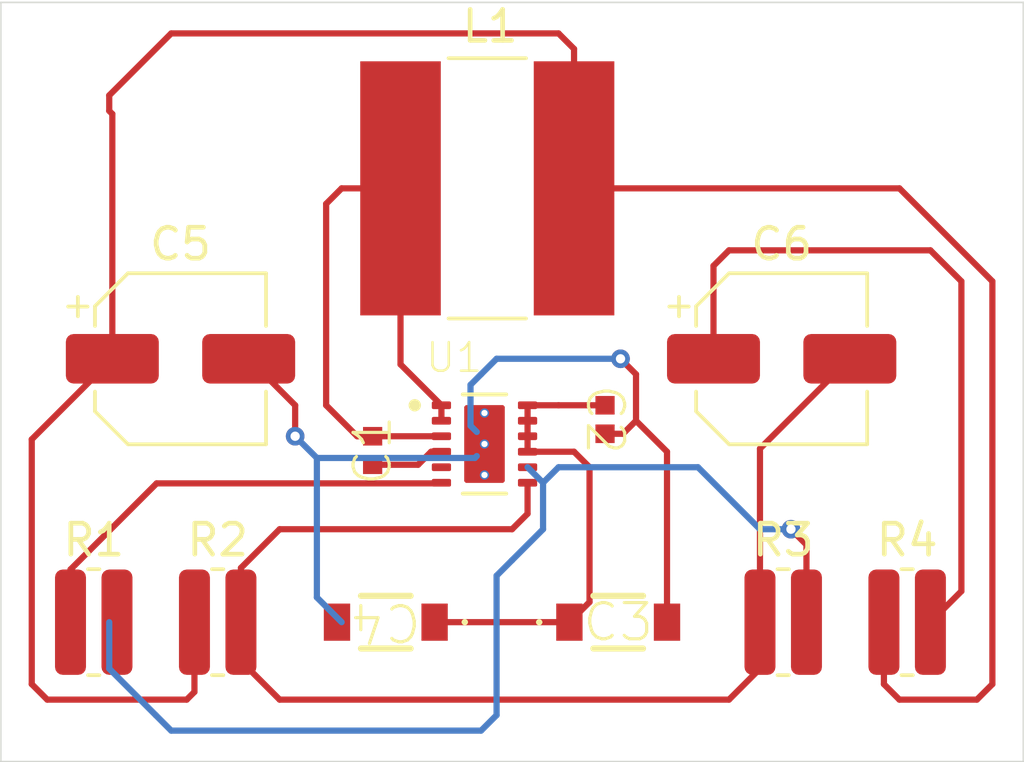
<source format=kicad_pcb>
(kicad_pcb (version 20241229) (generator "pcbnew") (generator_version "9.0")
  (layers (0 "F.Cu" signal) (2 "B.Cu" signal) (13 "F.Paste" user) (15 "B.Paste" user) (5 "F.SilkS" user "F.Silkscreen") (7 "B.SilkS" user "B.Silkscreen") (1 "F.Mask" user) (3 "B.Mask" user) (25 "Edge.Cuts" user))
  (net 0 "")
  (net 1 "GNDREF")
  (net 2 "Vout")
  (net 3 "Net-(C6-Pad1)")
  (net 4 "Net-(U1-FB)")
  (net 5 "Net-(C1-Pad2)")
  (net 6 "GND")
  (net 7 "Net-(U1-RT)")
  (net 8 "Net-(U1-BOOT)")
  (net 9 "Vin")
  (net 10 "MCU3.3V")
  (footprint "KRT31KR71H475KH01K:KRT31KR71H475KH01K" (layer "F.Cu") (at 150.925 73.5 180)
    (property "Reference" "C4" (at 0 0 180) (layer "F.SilkS") (effects (font (size 1.1684 1.1684) (thickness 0.1016))))
    (property "Value" "KRT31KR71H475KH01K" (hide yes))
    (fp_line (start -0.8 0.85) (end 0.8 0.85) (stroke (width 0.2)) (layer "F.SilkS"))
    (fp_line (start -0.8 -0.85) (end 0.8 -0.85) (stroke (width 0.2)) (layer "F.SilkS"))
    (fp_line (start -2.5 0) (end -2.5 0) (stroke (width 0.1)) (layer "F.SilkS"))
    (fp_line (start -2.6 0) (end -2.6 0) (stroke (width 0.1)) (layer "F.SilkS"))
    (fp_line (start -2.6 0) (end -2.6 0) (stroke (width 0.1)) (layer "F.SilkS"))
    (fp_arc (start -2.5 0) (mid -2.55 0.05) (end -2.6 0) (stroke (width 0.1)) (layer "F.SilkS"))
    (fp_arc (start -2.5 0) (mid -2.55 0.05) (end -2.6 0) (stroke (width 0.1)) (layer "F.SilkS"))
    (fp_arc (start -2.6 0) (mid -2.55 -0.05) (end -2.5 0) (stroke (width 0.1)) (layer "F.SilkS"))
    (pad "1" smd rect (at -1.575 0 270) (size 1.2 0.85) (layers "F.Cu" "F.Mask" "F.Paste") (net 9 "Vin"))
    (pad "2" smd rect (at 1.575 0 270) (size 1.2 0.85) (layers "F.Cu" "F.Mask" "F.Paste") (net 1 "GNDREF"))
  )
  (footprint "Resistor_SMD:R_0612_1632Metric" (layer "F.Cu") (at 163.75 73.5)
    (property "Reference" "R3" (at 0 -2.65 0) (layer "F.SilkS"))
    (property "Value" "12k" (hide yes))
    (fp_line (start -0.182983 -1.71) (end 0.182983 -1.71) (stroke (width 0.12)) (layer "F.SilkS"))
    (fp_line (start -0.182983 1.71) (end 0.182983 1.71) (stroke (width 0.12)) (layer "F.SilkS"))
    (pad "1" smd roundrect (at -0.75 0) (size 1 3.4) (layers "F.Cu" "F.Mask" "F.Paste") (net 4 "Net-(U1-FB)"))
    (pad "2" smd roundrect (at 0.75 0) (size 1 3.4) (layers "F.Cu" "F.Mask" "F.Paste") (net 6 "GND"))
  )
  (footprint "Resistor_SMD:R_0612_1632Metric" (layer "F.Cu") (at 167.75 73.5)
    (property "Reference" "R4" (at 0 -2.65 0) (layer "F.SilkS"))
    (property "Value" "1k" (hide yes))
    (fp_line (start -0.182983 -1.71) (end 0.182983 -1.71) (stroke (width 0.12)) (layer "F.SilkS"))
    (fp_line (start -0.182983 1.71) (end 0.182983 1.71) (stroke (width 0.12)) (layer "F.SilkS"))
    (pad "1" smd roundrect (at -0.75 0) (size 1 3.4) (layers "F.Cu" "F.Mask" "F.Paste") (net 2 "Vout"))
    (pad "2" smd roundrect (at 0.75 0) (size 1 3.4) (layers "F.Cu" "F.Mask" "F.Paste") (net 3 "Net-(C6-Pad1)"))
  )
  (footprint "CC0402KRX7R7BB104:CAPC1005X55N" (layer "F.Cu") (at 158 66.96 -90)
    (property "Reference" "C2" (at 0 0 270) (layer "F.SilkS") (effects (font (size 1.1684 1.1684) (thickness 0.1016))))
    (property "Value" "CC0402KRX7R7BB104" (hide yes))
    (pad "1" smd rect (at -0.46 0) (size 0.62 0.6) (layers "F.Cu" "F.Mask" "F.Paste") (net 9 "Vin"))
    (pad "2" smd rect (at 0.46 0) (size 0.62 0.6) (layers "F.Cu" "F.Mask" "F.Paste") (net 1 "GNDREF"))
  )
  (footprint "KRT31KR71H475KH01K:KRT31KR71H475KH01K" (layer "F.Cu") (at 158.425 73.5)
    (property "Reference" "C3" (at 0 0 0) (layer "F.SilkS") (effects (font (size 1.1684 1.1684) (thickness 0.1016))))
    (property "Value" "KRT31KR71H475KH01K" (hide yes))
    (fp_line (start -2.6 0) (end -2.6 0) (stroke (width 0.1)) (layer "F.SilkS"))
    (fp_line (start -2.6 0) (end -2.6 0) (stroke (width 0.1)) (layer "F.SilkS"))
    (fp_line (start -2.5 0) (end -2.5 0) (stroke (width 0.1)) (layer "F.SilkS"))
    (fp_line (start -0.8 -0.85) (end 0.8 -0.85) (stroke (width 0.2)) (layer "F.SilkS"))
    (fp_line (start -0.8 0.85) (end 0.8 0.85) (stroke (width 0.2)) (layer "F.SilkS"))
    (fp_arc (start -2.6 0) (mid -2.55 -0.05) (end -2.5 0) (stroke (width 0.1)) (layer "F.SilkS"))
    (fp_arc (start -2.5 0) (mid -2.55 0.05) (end -2.6 0) (stroke (width 0.1)) (layer "F.SilkS"))
    (fp_arc (start -2.5 0) (mid -2.55 0.05) (end -2.6 0) (stroke (width 0.1)) (layer "F.SilkS"))
    (pad "1" smd rect (at -1.575 0 90) (size 1.2 0.85) (layers "F.Cu" "F.Mask" "F.Paste") (net 9 "Vin"))
    (pad "2" smd rect (at 1.575 0 90) (size 1.2 0.85) (layers "F.Cu" "F.Mask" "F.Paste") (net 1 "GNDREF"))
  )
  (footprint "Resistor_SMD:R_0612_1632Metric" (layer "F.Cu") (at 145.5 73.5)
    (property "Reference" "R2" (at 0 -2.65 0) (layer "F.SilkS"))
    (property "Value" "100k" (hide yes))
    (fp_line (start -0.182983 -1.71) (end 0.182983 -1.71) (stroke (width 0.12)) (layer "F.SilkS"))
    (fp_line (start -0.182983 1.71) (end 0.182983 1.71) (stroke (width 0.12)) (layer "F.SilkS"))
    (pad "1" smd roundrect (at -0.75 0) (size 1 3.4) (layers "F.Cu" "F.Mask" "F.Paste") (net 2 "Vout"))
    (pad "2" smd roundrect (at 0.75 0) (size 1 3.4) (layers "F.Cu" "F.Mask" "F.Paste") (net 4 "Net-(U1-FB)"))
  )
  (footprint "Resistor_SMD:R_0612_1632Metric" (layer "F.Cu") (at 141.5 73.5)
    (property "Reference" "R1" (at 0 -2.65 0) (layer "F.SilkS"))
    (property "Value" "14.3k" (hide yes))
    (fp_line (start -0.182983 -1.71) (end 0.182983 -1.71) (stroke (width 0.12)) (layer "F.SilkS"))
    (fp_line (start -0.182983 1.71) (end 0.182983 1.71) (stroke (width 0.12)) (layer "F.SilkS"))
    (pad "1" smd roundrect (at -0.75 0) (size 1 3.4) (layers "F.Cu" "F.Mask" "F.Paste") (net 7 "Net-(U1-RT)"))
    (pad "2" smd roundrect (at 0.75 0) (size 1 3.4) (layers "F.Cu" "F.Mask" "F.Paste") (net 6 "GND"))
  )
  (footprint "Capacitor_SMD:CP_Elec_5x5.4" (layer "F.Cu") (at 163.7 65)
    (property "Reference" "C6" (at 0 -3.7 0) (layer "F.SilkS"))
    (property "Value" "27pF")
    (fp_line (start -3.625 -1.685) (end -3 -1.685) (stroke (width 0.12)) (layer "F.SilkS"))
    (fp_line (start -3.3125 -1.9975) (end -3.3125 -1.3725) (stroke (width 0.12)) (layer "F.SilkS"))
    (fp_line (start -2.76 -1.695563) (end -2.76 -1.06) (stroke (width 0.12)) (layer "F.SilkS"))
    (fp_line (start -2.76 -1.695563) (end -1.695563 -2.76) (stroke (width 0.12)) (layer "F.SilkS"))
    (fp_line (start -2.76 1.695563) (end -2.76 1.06) (stroke (width 0.12)) (layer "F.SilkS"))
    (fp_line (start -2.76 1.695563) (end -1.695563 2.76) (stroke (width 0.12)) (layer "F.SilkS"))
    (fp_line (start -1.695563 -2.76) (end 2.76 -2.76) (stroke (width 0.12)) (layer "F.SilkS"))
    (fp_line (start -1.695563 2.76) (end 2.76 2.76) (stroke (width 0.12)) (layer "F.SilkS"))
    (fp_line (start 2.76 -2.76) (end 2.76 -1.06) (stroke (width 0.12)) (layer "F.SilkS"))
    (fp_line (start 2.76 2.76) (end 2.76 1.06) (stroke (width 0.12)) (layer "F.SilkS"))
    (pad "1" smd roundrect (at -2.2 0) (size 3 1.6) (layers "F.Cu" "F.Mask" "F.Paste") (roundrect_rratio 0.15625) (net 3 "Net-(C6-Pad1)"))
    (pad "2" smd roundrect (at 2.2 0) (size 3 1.6) (layers "F.Cu" "F.Mask" "F.Paste") (roundrect_rratio 0.15625) (net 4 "Net-(U1-FB)"))
  )
  (footprint "Inductor_SMD:L_Bourns-SRN8040_8x8.15mm" (layer "F.Cu") (at 154.2 59.5)
    (property "Reference" "L1" (at 0.09 -5.23 0) (layer "F.SilkS"))
    (property "Value" "3.7 uH" (hide yes))
    (fp_line (start -1.25 4.2) (end 1.25 4.2) (stroke (width 0.12)) (layer "F.SilkS"))
    (fp_line (start 1.25 -4.2) (end -1.25 -4.2) (stroke (width 0.12)) (layer "F.SilkS"))
    (pad "1" smd rect (at -2.8 0) (size 2.6 8.2) (layers "F.Cu" "F.Mask" "F.Paste") (net 5 "Net-(C1-Pad2)"))
    (pad "2" smd rect (at 2.8 0) (size 2.6 8.2) (layers "F.Cu" "F.Mask" "F.Paste") (net 2 "Vout"))
  )
  (footprint "Capacitor_SMD:CP_Elec_5x5.4" (layer "F.Cu") (at 144.3 65)
    (property "Reference" "C5" (at 0 -3.7 0) (layer "F.SilkS"))
    (property "Value" "75uF")
    (fp_line (start -3.625 -1.685) (end -3 -1.685) (stroke (width 0.12)) (layer "F.SilkS"))
    (fp_line (start -3.3125 -1.9975) (end -3.3125 -1.3725) (stroke (width 0.12)) (layer "F.SilkS"))
    (fp_line (start -2.76 -1.695563) (end -2.76 -1.06) (stroke (width 0.12)) (layer "F.SilkS"))
    (fp_line (start -2.76 -1.695563) (end -1.695563 -2.76) (stroke (width 0.12)) (layer "F.SilkS"))
    (fp_line (start -2.76 1.695563) (end -2.76 1.06) (stroke (width 0.12)) (layer "F.SilkS"))
    (fp_line (start -2.76 1.695563) (end -1.695563 2.76) (stroke (width 0.12)) (layer "F.SilkS"))
    (fp_line (start -1.695563 -2.76) (end 2.76 -2.76) (stroke (width 0.12)) (layer "F.SilkS"))
    (fp_line (start -1.695563 2.76) (end 2.76 2.76) (stroke (width 0.12)) (layer "F.SilkS"))
    (fp_line (start 2.76 -2.76) (end 2.76 -1.06) (stroke (width 0.12)) (layer "F.SilkS"))
    (fp_line (start 2.76 2.76) (end 2.76 1.06) (stroke (width 0.12)) (layer "F.SilkS"))
    (pad "1" smd roundrect (at -2.2 0) (size 3 1.6) (layers "F.Cu" "F.Mask" "F.Paste") (roundrect_rratio 0.15625) (net 2 "Vout"))
    (pad "2" smd roundrect (at 2.2 0) (size 3 1.6) (layers "F.Cu" "F.Mask" "F.Paste") (roundrect_rratio 0.15625) (net 1 "GNDREF"))
  )
  (footprint "CC0402KRX7R7BB104:CAPC1005X55N" (layer "F.Cu") (at 150.5 67.96 90)
    (property "Reference" "C1" (at 0 0 90) (layer "F.SilkS") (effects (font (size 1.1684 1.1684) (thickness 0.1016))))
    (property "Value" "CC0402KRX7R7BB104" (hide yes))
    (pad "1" smd rect (at -0.46 0 180) (size 0.62 0.6) (layers "F.Cu" "F.Mask" "F.Paste") (net 8 "Net-(U1-BOOT)"))
    (pad "2" smd rect (at 0.46 0 180) (size 0.62 0.6) (layers "F.Cu" "F.Mask" "F.Paste") (net 5 "Net-(C1-Pad2)"))
  )
  (footprint "LMR51450FNDRRR:CONV_LMR51450FNDRRR" (layer "F.Cu") (at 154.11 67.75)
    (property "Reference" "U1" (at -1.95 -2.25 0) (layer "F.SilkS") (effects (font (size 0.92 0.92) (thickness 0.08)) (justify left bottom)))
    (property "Value" "LMR51450FNDRRR" (hide yes))
    (fp_poly (pts (xy 0.655 -1.202071) (xy 0.655 1.202071) (xy 0.602071 1.255) (xy -0.602071 1.255) (xy -0.655 1.202071) (xy -0.655 -1.202071) (xy -0.602071 -1.255) (xy 0.602071 -1.255)) (fill yes) (layer "F.Cu"))
    (fp_line (start -0.7 -1.6) (end 0.7 -1.6) (stroke (width 0.127)) (layer "F.SilkS"))
    (fp_line (start -0.7 1.6) (end 0.7 1.6) (stroke (width 0.127)) (layer "F.SilkS"))
    (fp_circle (center -2.25 -1.25) (end -2.15 -1.25) (stroke (width 0.2)) (fill no) (layer "F.SilkS"))
    (pad "1" smd roundrect (at -1.39 -1.25) (size 0.62 0.25) (layers "F.Cu" "F.Paste") (roundrect_rratio 0.2) (net 5 "Net-(C1-Pad2)"))
    (pad "2" smd roundrect (at -1.39 -0.75) (size 0.62 0.25) (layers "F.Cu" "F.Paste") (roundrect_rratio 0.2) (net 5 "Net-(C1-Pad2)"))
    (pad "3" smd roundrect (at -1.39 -0.25) (size 0.62 0.25) (layers "F.Cu" "F.Paste") (roundrect_rratio 0.2) (net 5 "Net-(C1-Pad2)"))
    (pad "4" smd roundrect (at -1.39 0.25) (size 0.62 0.25) (layers "F.Cu" "F.Paste") (roundrect_rratio 0.2) (net 8 "Net-(U1-BOOT)"))
    (pad "5" smd roundrect (at -1.39 0.75) (size 0.62 0.25) (layers "F.Cu" "F.Paste") (roundrect_rratio 0.2) (net 10 "MCU3.3V"))
    (pad "6" smd roundrect (at -1.39 1.25) (size 0.62 0.25) (layers "F.Cu" "F.Paste") (roundrect_rratio 0.2) (net 7 "Net-(U1-RT)"))
    (pad "7" smd roundrect (at 1.39 1.25) (size 0.62 0.25) (layers "F.Cu" "F.Paste") (roundrect_rratio 0.2) (net 4 "Net-(U1-FB)"))
    (pad "8" smd roundrect (at 1.39 0.75) (size 0.62 0.25) (layers "F.Cu" "F.Paste") (roundrect_rratio 0.2) (net 6 "GND"))
    (pad "9" smd roundrect (at 1.39 0.25) (size 0.62 0.25) (layers "F.Cu" "F.Paste") (roundrect_rratio 0.2) (net 9 "Vin"))
    (pad "10" smd roundrect (at 1.39 -0.25) (size 0.62 0.25) (layers "F.Cu" "F.Paste") (roundrect_rratio 0.2) (net 9 "Vin"))
    (pad "11" smd roundrect (at 1.39 -0.75) (size 0.62 0.25) (layers "F.Cu" "F.Paste") (roundrect_rratio 0.2) (net 9 "Vin"))
    (pad "12" smd roundrect (at 1.39 -1.25) (size 0.62 0.25) (layers "F.Cu" "F.Paste") (roundrect_rratio 0.2) (net 9 "Vin"))
    (pad "13" smd rect (at 0 0) (size 0.5 0.5) (layers "F.Cu") (net 1 "GNDREF"))
    (pad "14" thru_hole circle (at 0 -1) (size 0.3 0.3) (drill 0.2) (layers "*.Cu"))
    (pad "15" thru_hole circle (at 0 0) (size 0.3 0.3) (drill 0.2) (layers "*.Cu"))
    (pad "16" thru_hole circle (at 0 1) (size 0.3 0.3) (drill 0.2) (layers "*.Cu"))
  )
  (gr_line (start 171.5 53.5) (end 171.5 78) (stroke (width 0.05)) (layer "Edge.Cuts"))
  (gr_line (start 171.5 78) (end 138.5 78) (stroke (width 0.05)) (layer "Edge.Cuts"))
  (gr_line (start 138.5 78) (end 138.5 76.75) (stroke (width 0.05)) (layer "Edge.Cuts"))
  (gr_line (start 138.5 76.75) (end 138.5 53.5) (stroke (width 0.05)) (layer "Edge.Cuts"))
  (gr_line (start 138.5 53.5) (end 171.5 53.5) (stroke (width 0.05)) (layer "Edge.Cuts"))
  (segment (start 146.5 65) (end 148 66.5) (width 0.2) (layer "F.Cu") (net 1))
  (segment (start 160 68) (end 159 67) (width 0.2) (layer "F.Cu") (net 1))
  (segment (start 148 66.5) (end 148 67.5) (width 0.2) (layer "F.Cu") (net 1))
  (segment (start 159 67) (end 159 65.5) (width 0.2) (layer "F.Cu") (net 1))
  (segment (start 158.58 67.42) (end 159 67) (width 0.2) (layer "F.Cu") (net 1))
  (segment (start 158 67.42) (end 158.58 67.42) (width 0.2) (layer "F.Cu") (net 1))
  (segment (start 159 65.5) (end 158.5 65) (width 0.2) (layer "F.Cu") (net 1))
  (segment (start 160 73.5) (end 160 68) (width 0.2) (layer "F.Cu") (net 1))
  (via (at 158.5 65) (size 0.6) (drill 0.3) (layers "F.Cu" "B.Cu") (net 1))
  (via (at 148 67.5) (size 0.6) (drill 0.3) (layers "F.Cu" "B.Cu") (net 1))
  (segment (start 148 67.5) (end 148.701 68.201) (width 0.2) (layer "B.Cu") (net 1))
  (segment (start 153.799 68.201) (end 153.861095 68.138905) (width 0.2) (layer "B.Cu") (net 1))
  (segment (start 158.5 65) (end 154.5 65) (width 0.2) (layer "B.Cu") (net 1))
  (segment (start 148.701 72.701) (end 149.5 73.5) (width 0.2) (layer "B.Cu") (net 1))
  (segment (start 153.659 67.159001) (end 153.861094 67.361095) (width 0.2) (layer "B.Cu") (net 1))
  (segment (start 148.701 68.201) (end 148.701 72.701) (width 0.2) (layer "B.Cu") (net 1))
  (segment (start 148.701 68.201) (end 153.799 68.201) (width 0.2) (layer "B.Cu") (net 1))
  (segment (start 154.5 65) (end 154 65.5) (width 0.2) (layer "B.Cu") (net 1))
  (segment (start 154 65.5) (end 153.659 65.841) (width 0.2) (layer "B.Cu") (net 1))
  (segment (start 153.659 65.841) (end 153.659 67.159001) (width 0.2) (layer "B.Cu") (net 1))
  (segment (start 170 76) (end 167.5 76) (width 0.2) (layer "F.Cu") (net 2))
  (segment (start 157 59.5) (end 167.5 59.5) (width 0.2) (layer "F.Cu") (net 2))
  (segment (start 139.5 75.5) (end 140 76) (width 0.2) (layer "F.Cu") (net 2))
  (segment (start 167.5 59.5) (end 170.5 62.5) (width 0.2) (layer "F.Cu") (net 2))
  (segment (start 170.5 75.5) (end 170 76) (width 0.2) (layer "F.Cu") (net 2))
  (segment (start 139.5 67.6) (end 139.5 75.5) (width 0.2) (layer "F.Cu") (net 2))
  (segment (start 140 76) (end 144.5 76) (width 0.2) (layer "F.Cu") (net 2))
  (segment (start 142.1 57.1) (end 142.1 65) (width 0.2) (layer "F.Cu") (net 2))
  (segment (start 144.75 75.75) (end 144.75 73.5) (width 0.2) (layer "F.Cu") (net 2))
  (segment (start 142 57) (end 142.1 57.1) (width 0.2) (layer "F.Cu") (net 2))
  (segment (start 157 55) (end 156.5 54.5) (width 0.2) (layer "F.Cu") (net 2))
  (segment (start 144.5 76) (end 144.75 75.75) (width 0.2) (layer "F.Cu") (net 2))
  (segment (start 157 59.5) (end 157 55) (width 0.2) (layer "F.Cu") (net 2))
  (segment (start 144 54.5) (end 142 56.5) (width 0.2) (layer "F.Cu") (net 2))
  (segment (start 142 56.5) (end 142 57) (width 0.2) (layer "F.Cu") (net 2))
  (segment (start 156.5 54.5) (end 144 54.5) (width 0.2) (layer "F.Cu") (net 2))
  (segment (start 142.1 65) (end 139.5 67.6) (width 0.2) (layer "F.Cu") (net 2))
  (segment (start 167 75.5) (end 167 73.5) (width 0.2) (layer "F.Cu") (net 2))
  (segment (start 167 72) (end 167 73.5) (width 0.2) (layer "F.Cu") (net 2))
  (segment (start 170.5 62.5) (end 170.5 75.5) (width 0.2) (layer "F.Cu") (net 2))
  (segment (start 167.5 76) (end 167 75.5) (width 0.2) (layer "F.Cu") (net 2))
  (segment (start 161.5 62) (end 162 61.5) (width 0.2) (layer "F.Cu") (net 3))
  (segment (start 169.5 72.5) (end 168.5 73.5) (width 0.2) (layer "F.Cu") (net 3))
  (segment (start 169.5 62.5) (end 169.5 72.5) (width 0.2) (layer "F.Cu") (net 3))
  (segment (start 161.5 65) (end 161.5 62) (width 0.2) (layer "F.Cu") (net 3))
  (segment (start 168.5 61.5) (end 169.5 62.5) (width 0.2) (layer "F.Cu") (net 3))
  (segment (start 162 61.5) (end 168.5 61.5) (width 0.2) (layer "F.Cu") (net 3))
  (segment (start 147.5 76) (end 146.25 74.75) (width 0.2) (layer "F.Cu") (net 4))
  (segment (start 147.5 70.5) (end 155 70.5) (width 0.2) (layer "F.Cu") (net 4))
  (segment (start 155.5 70) (end 155.5 69) (width 0.2) (layer "F.Cu") (net 4))
  (segment (start 155 70.5) (end 155.5 70) (width 0.2) (layer "F.Cu") (net 4))
  (segment (start 146.25 73.5) (end 146.25 71.75) (width 0.2) (layer "F.Cu") (net 4))
  (segment (start 165.9 65) (end 163 67.9) (width 0.2) (layer "F.Cu") (net 4))
  (segment (start 162 76) (end 147.5 76) (width 0.2) (layer "F.Cu") (net 4))
  (segment (start 163 75) (end 162 76) (width 0.2) (layer "F.Cu") (net 4))
  (segment (start 163 73.5) (end 163 75) (width 0.2) (layer "F.Cu") (net 4))
  (segment (start 146.25 71.75) (end 147.5 70.5) (width 0.2) (layer "F.Cu") (net 4))
  (segment (start 146.25 74.75) (end 146.25 73.5) (width 0.2) (layer "F.Cu") (net 4))
  (segment (start 163 67.9) (end 163 73.5) (width 0.2) (layer "F.Cu") (net 4))
  (segment (start 150 67.5) (end 150.5 67.5) (width 0.2) (layer "F.Cu") (net 5))
  (segment (start 149 66.5) (end 150 67.5) (width 0.2) (layer "F.Cu") (net 5))
  (segment (start 149.5 59.5) (end 149 60) (width 0.2) (layer "F.Cu") (net 5))
  (segment (start 151.4 59.5) (end 151.4 65.18) (width 0.2) (layer "F.Cu") (net 5))
  (segment (start 151.4 59.5) (end 149.5 59.5) (width 0.2) (layer "F.Cu") (net 5))
  (segment (start 151.4 65.18) (end 152.72 66.5) (width 0.2) (layer "F.Cu") (net 5))
  (segment (start 152.72 66.5) (end 152.72 67) (width 0.2) (layer "F.Cu") (net 5))
  (segment (start 150.5 67.5) (end 152.72 67.5) (width 0.2) (layer "F.Cu") (net 5))
  (segment (start 149 60) (end 149 66.5) (width 0.2) (layer "F.Cu") (net 5))
  (segment (start 164.5 73.5) (end 164.5 71) (width 0.2) (layer "F.Cu") (net 6))
  (segment (start 164.5 71) (end 164 70.5) (width 0.2) (layer "F.Cu") (net 6))
  (via (at 164 70.5) (size 0.6) (drill 0.3) (layers "F.Cu" "B.Cu") (net 6))
  (segment (start 144 77) (end 143.5 76.5) (width 0.2) (layer "B.Cu") (net 6))
  (segment (start 156 69) (end 156 70.5) (width 0.2) (layer "B.Cu") (net 6))
  (segment (start 163 70.5) (end 161 68.5) (width 0.2) (layer "B.Cu") (net 6))
  (segment (start 154 77) (end 144 77) (width 0.2) (layer "B.Cu") (net 6))
  (segment (start 142 75) (end 142 73.5) (width 0.2) (layer "B.Cu") (net 6))
  (segment (start 143.5 76.5) (end 142 75) (width 0.2) (layer "B.Cu") (net 6))
  (segment (start 155 71.5) (end 154.5 72) (width 0.2) (layer "B.Cu") (net 6))
  (segment (start 164 70.5) (end 163 70.5) (width 0.2) (layer "B.Cu") (net 6))
  (segment (start 154.5 73.5) (end 154.5 76.5) (width 0.2) (layer "B.Cu") (net 6))
  (segment (start 154.5 72) (end 154.5 73.5) (width 0.2) (layer "B.Cu") (net 6))
  (segment (start 156 69) (end 156.5 68.5) (width 0.2) (layer "B.Cu") (net 6))
  (segment (start 156 70.5) (end 155 71.5) (width 0.2) (layer "B.Cu") (net 6))
  (segment (start 156.5 68.5) (end 161 68.5) (width 0.2) (layer "B.Cu") (net 6))
  (segment (start 154.5 76.5) (end 154 77) (width 0.2) (layer "B.Cu") (net 6))
  (segment (start 155.5 68.5) (end 156 69) (width 0.2) (layer "B.Cu") (net 6))
  (segment (start 152.699 69.021) (end 152.72 69) (width 0.2) (layer "F.Cu") (net 7))
  (segment (start 143.529 69.021) (end 152.699 69.021) (width 0.2) (layer "F.Cu") (net 7))
  (segment (start 140.75 73.5) (end 140.75 71.8) (width 0.2) (layer "F.Cu") (net 7))
  (segment (start 140.75 71.8) (end 143.529 69.021) (width 0.2) (layer "F.Cu") (net 7))
  (segment (start 150.5 68.42) (end 151.967226 68.42) (width 0.2) (layer "F.Cu") (net 8))
  (segment (start 152.387226 68) (end 152.72 68) (width 0.2) (layer "F.Cu") (net 8))
  (segment (start 151.967226 68.42) (end 152.387226 68) (width 0.2) (layer "F.Cu") (net 8))
  (segment (start 152.5 73.5) (end 156.85 73.5) (width 0.2) (layer "F.Cu") (net 9))
  (segment (start 157 68) (end 155.5 68) (width 0.2) (layer "F.Cu") (net 9))
  (segment (start 155.5 66.5) (end 156.5 66.5) (width 0.2) (layer "F.Cu") (net 9))
  (segment (start 156.85 73.5) (end 157.5 72.85) (width 0.2) (layer "F.Cu") (net 9))
  (segment (start 156.5 66.5) (end 158 66.5) (width 0.2) (layer "F.Cu") (net 9))
  (segment (start 157.5 72.85) (end 157.5 68.5) (width 0.2) (layer "F.Cu") (net 9))
  (segment (start 155.5 66.5) (end 155.5 68) (width 0.2) (layer "F.Cu") (net 9))
  (segment (start 157.5 68.5) (end 157 68) (width 0.2) (layer "F.Cu") (net 9))
)
</source>
